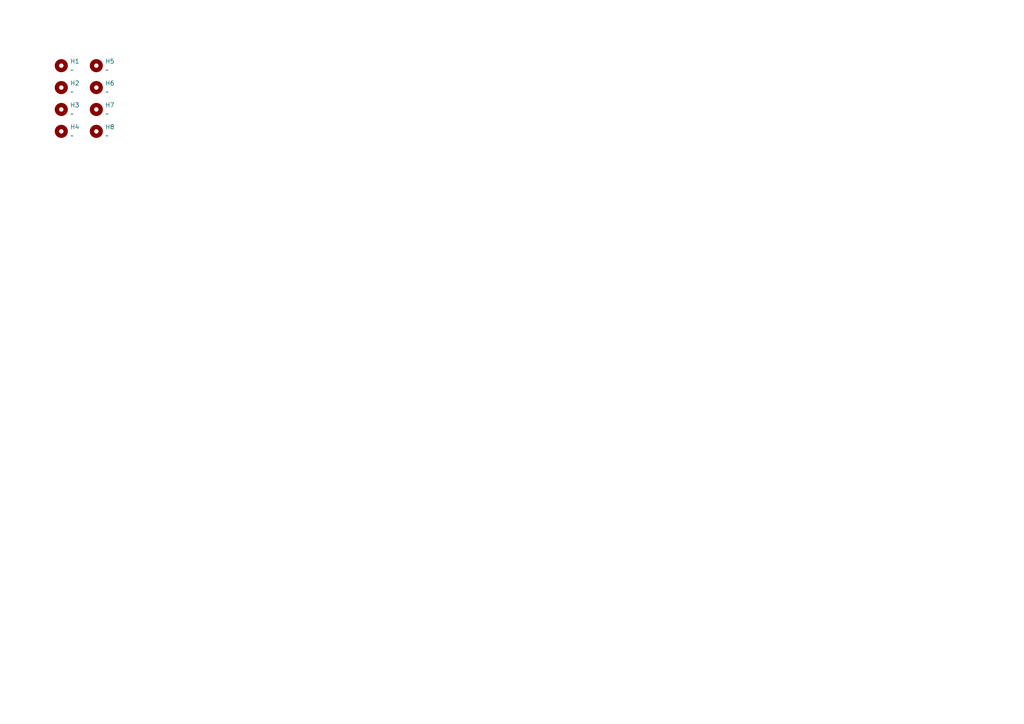
<source format=kicad_sch>
(kicad_sch (version 20250114) (generator "eeschema") (generator_version "9.0")
  (paper "A4")
  (lib_symbols
    (symbol "Mechanical:MountingHole" (pin_names (offset 1.016)) (in_bom no)
      (property "Reference" "H" (at 0 5.08 0))
      (property "Value" "MountingHole" (at 0 3.175 0))
      (symbol "MountingHole_0_1"
        (circle (center 0 0) (radius 1.27) (stroke (width 1.27)))
      )
    )
  )
  (symbol (lib_id "Mechanical:MountingHole") (at 17.78 19.05 0) (unit 1) (in_bom no)
    (property "Reference" "H1" (at 20.32 17.7799 0) (effects (justify left)))
    (property "Value" "~" (at 20.32 20.3199 0) (effects (justify left)))
    (property "Footprint" "MountingHole:MountingHole_3.2mm_M3_ISO7380" (effects (hide yes)))
    (property "Description" "Mounting Hole without connection" (effects (hide yes)))
    (property "LCSC" "XXX" (effects (hide yes)))
  )
  (symbol (lib_id "Mechanical:MountingHole") (at 27.94 31.75 0) (unit 1) (in_bom no)
    (property "Reference" "H7" (at 30.48 30.4799 0) (effects (justify left)))
    (property "Value" "~" (at 30.48 33.0199 0) (effects (justify left)))
    (property "Footprint" "yamaneko:toolinghole" (effects (hide yes)))
    (property "Description" "Mounting Hole without connection" (effects (hide yes)))
    (property "LCSC" "XXX" (effects (hide yes)))
  )
  (symbol (lib_id "Mechanical:MountingHole") (at 17.78 38.1 0) (unit 1) (in_bom no)
    (property "Reference" "H4" (at 20.32 36.8299 0) (effects (justify left)))
    (property "Value" "~" (at 20.32 39.3699 0) (effects (justify left)))
    (property "Footprint" "MountingHole:MountingHole_3.2mm_M3_ISO7380" (effects (hide yes)))
    (property "Description" "Mounting Hole without connection" (effects (hide yes)))
    (property "LCSC" "XXX" (effects (hide yes)))
  )
  (symbol (lib_id "Mechanical:MountingHole") (at 27.94 25.4 0) (unit 1) (in_bom no)
    (property "Reference" "H6" (at 30.48 24.1299 0) (effects (justify left)))
    (property "Value" "~" (at 30.48 26.6699 0) (effects (justify left)))
    (property "Footprint" "yamaneko:toolinghole" (effects (hide yes)))
    (property "Description" "Mounting Hole without connection" (effects (hide yes)))
    (property "LCSC" "XXX" (effects (hide yes)))
  )
  (symbol (lib_id "Mechanical:MountingHole") (at 17.78 25.4 0) (unit 1) (in_bom no)
    (property "Reference" "H2" (at 20.32 24.1299 0) (effects (justify left)))
    (property "Value" "~" (at 20.32 26.6699 0) (effects (justify left)))
    (property "Footprint" "MountingHole:MountingHole_3.2mm_M3_ISO7380" (effects (hide yes)))
    (property "Description" "Mounting Hole without connection" (effects (hide yes)))
    (property "LCSC" "XXX" (effects (hide yes)))
  )
  (symbol (lib_id "Mechanical:MountingHole") (at 17.78 31.75 0) (unit 1) (in_bom no)
    (property "Reference" "H3" (at 20.32 30.4799 0) (effects (justify left)))
    (property "Value" "~" (at 20.32 33.0199 0) (effects (justify left)))
    (property "Footprint" "MountingHole:MountingHole_3.2mm_M3_ISO7380" (effects (hide yes)))
    (property "Description" "Mounting Hole without connection" (effects (hide yes)))
    (property "LCSC" "XXX" (effects (hide yes)))
  )
  (symbol (lib_id "Mechanical:MountingHole") (at 27.94 38.1 0) (unit 1) (in_bom no)
    (property "Reference" "H8" (at 30.48 36.8299 0) (effects (justify left)))
    (property "Value" "~" (at 30.48 39.3699 0) (effects (justify left)))
    (property "Footprint" "yamaneko:toolinghole" (effects (hide yes)))
    (property "Description" "Mounting Hole without connection" (effects (hide yes)))
    (property "LCSC" "XXX" (effects (hide yes)))
  )
  (symbol (lib_id "Mechanical:MountingHole") (at 27.94 19.05 0) (unit 1) (in_bom no)
    (property "Reference" "H5" (at 30.48 17.7799 0) (effects (justify left)))
    (property "Value" "~" (at 30.48 20.3199 0) (effects (justify left)))
    (property "Footprint" "yamaneko:toolinghole" (effects (hide yes)))
    (property "Description" "Mounting Hole without connection" (effects (hide yes)))
    (property "LCSC" "XXX" (effects (hide yes)))
  )
)
</source>
